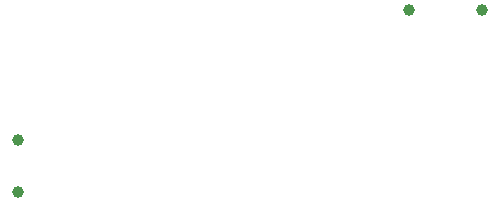
<source format=gbr>
%TF.GenerationSoftware,Altium Limited,Altium Designer,25.3.3 (18)*%
G04 Layer_Color=0*
%FSLAX45Y45*%
%MOMM*%
%TF.SameCoordinates,566CE66E-0970-42B3-A130-ADE81A1B3EF9*%
%TF.FilePolarity,Positive*%
%TF.FileFunction,NonPlated,1,2,NPTH,Drill*%
%TF.Part,Single*%
G01*
G75*
%TA.AperFunction,ComponentDrill*%
%ADD87C,1.00000*%
%ADD88C,1.00000*%
D87*
X3995300Y3124200D02*
D03*
X4615300D02*
D03*
D88*
X686200Y2023110D02*
D03*
Y1583690D02*
D03*
%TF.MD5,ef20b1446c6ac2f3d64fefb420e88031*%
M02*

</source>
